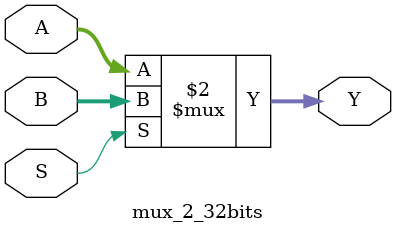
<source format=v>
module mux_2_32bits(A, B, S, Y);
	input S;
	input[31:0] A, B;
	output[31:0] Y;
	
  assign Y=(S==1'b0)?A:B;//Choose A if S is 0, and B if S is 1
endmodule

</source>
